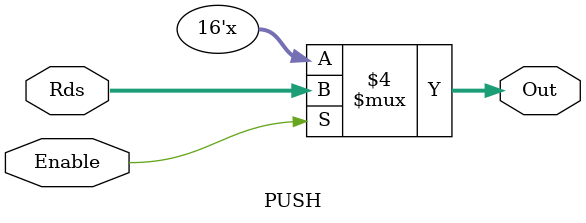
<source format=v>
module Ldm(input[15:0] ImmediateValue,input Enable,output reg[15:0] Out);
always@* begin
if(Enable == 1'b1) begin
Out = ImmediateValue;
end else begin
Out = 16'bz;
end
end
endmodule
module Sw(input[15:0] ImmediateValue,input Enable,output reg[15:0] Out);
always@* begin
if(Enable == 1'b1) begin
Out = ImmediateValue;
end else begin
Out = 16'bz;
end
end
endmodule
module LDD(input[15:0] Rs,input Enable,output reg[15:0] Out);
always@* begin
if(Enable == 1'b1) begin
Out = Rs;
end 
else begin
Out = 16'bz;
end
end
endmodule
module POP(input[15:0] Rds,input Enable,output reg[15:0] Out);
always@* begin
if(Enable == 1'b1) begin
Out = Rds;
end else begin
Out = 16'bz;
end
end
endmodule

module PUSH(input[15:0] Rds,input Enable,output reg[15:0] Out);
always@* begin
if(Enable == 1'b1) begin
Out = Rds;
end else begin
Out = 16'bz;
end
end
endmodule
</source>
